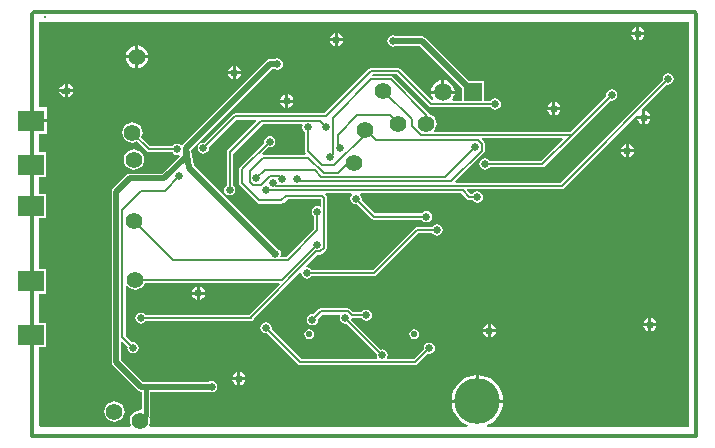
<source format=gbl>
G04 Layer_Physical_Order=2*
G04 Layer_Color=16711680*
%FSLAX25Y25*%
%MOIN*%
G70*
G01*
G75*
%ADD36C,0.02000*%
%ADD37C,0.01600*%
%ADD38C,0.00800*%
%ADD42C,0.01200*%
%ADD43R,0.00984X0.00787*%
%ADD44R,0.09000X0.07000*%
%ADD45C,0.05512*%
%ADD46R,0.05906X0.05906*%
%ADD47C,0.05906*%
%ADD48C,0.02500*%
%ADD49C,0.02100*%
%ADD50C,0.15201*%
G36*
X325000Y102500D02*
X257829D01*
X257755Y103000D01*
X257807Y103016D01*
X259301Y103814D01*
X260611Y104889D01*
X261686Y106199D01*
X262484Y107693D01*
X262976Y109314D01*
X263093Y110500D01*
X245907D01*
X246024Y109314D01*
X246516Y107693D01*
X247314Y106199D01*
X248389Y104889D01*
X249699Y103814D01*
X251193Y103016D01*
X251245Y103000D01*
X251171Y102500D01*
X145277D01*
X145011Y103000D01*
X145270Y103624D01*
X145385Y104500D01*
X145270Y105376D01*
X145141Y105687D01*
X145319Y105954D01*
X145427Y106500D01*
X145427Y106500D01*
Y114169D01*
X165012D01*
X165178Y114057D01*
X165900Y113914D01*
X166622Y114057D01*
X167234Y114466D01*
X167643Y115078D01*
X167786Y115800D01*
X167643Y116522D01*
X167234Y117134D01*
X166622Y117543D01*
X165900Y117686D01*
X165178Y117543D01*
X165012Y117431D01*
X143176D01*
X135831Y124776D01*
Y130573D01*
X136293Y130765D01*
X137888Y129171D01*
X137814Y128800D01*
X137957Y128078D01*
X138366Y127466D01*
X138978Y127057D01*
X139700Y126914D01*
X140422Y127057D01*
X141034Y127466D01*
X141443Y128078D01*
X141586Y128800D01*
X141443Y129522D01*
X141034Y130134D01*
X140422Y130543D01*
X139700Y130686D01*
X139329Y130613D01*
X137220Y132722D01*
Y149441D01*
X137720Y149611D01*
X138107Y149107D01*
X138808Y148569D01*
X139624Y148231D01*
X140500Y148115D01*
X141376Y148231D01*
X142192Y148569D01*
X142894Y149107D01*
X143431Y149808D01*
X143710Y150480D01*
X188385D01*
X188576Y150019D01*
X178279Y139721D01*
X178211Y139620D01*
X143844D01*
X143634Y139934D01*
X143022Y140343D01*
X142300Y140486D01*
X141578Y140343D01*
X140966Y139934D01*
X140557Y139322D01*
X140414Y138600D01*
X140557Y137878D01*
X140966Y137266D01*
X141578Y136857D01*
X142300Y136714D01*
X143022Y136857D01*
X143634Y137266D01*
X143844Y137580D01*
X179000D01*
X179390Y137658D01*
X179721Y137879D01*
X179942Y138210D01*
X180014Y138572D01*
X195294Y153852D01*
X195648Y153700D01*
X195769Y153620D01*
X195907Y152929D01*
X196316Y152317D01*
X196928Y151908D01*
X197650Y151764D01*
X198371Y151908D01*
X198983Y152317D01*
X199193Y152631D01*
X220150D01*
X220540Y152708D01*
X220871Y152929D01*
X234922Y166980D01*
X239456D01*
X239666Y166666D01*
X240278Y166257D01*
X241000Y166114D01*
X241722Y166257D01*
X242334Y166666D01*
X242743Y167278D01*
X242886Y168000D01*
X242743Y168722D01*
X242334Y169334D01*
X241722Y169743D01*
X241000Y169886D01*
X240278Y169743D01*
X239666Y169334D01*
X239456Y169020D01*
X234499D01*
X234109Y168942D01*
X233778Y168721D01*
X219727Y154670D01*
X199193D01*
X198983Y154984D01*
X198371Y155393D01*
X197680Y155531D01*
X197600Y155652D01*
X197448Y156006D01*
X201272Y159830D01*
X201932D01*
X202322Y159908D01*
X202653Y160129D01*
X203971Y161447D01*
X204136Y161694D01*
X204221Y161779D01*
X204442Y162110D01*
X204520Y162500D01*
Y178600D01*
X204442Y178990D01*
X204221Y179321D01*
X203861Y179680D01*
X204069Y180180D01*
X212353D01*
X212564Y179680D01*
X212257Y179222D01*
X212114Y178500D01*
X212257Y177778D01*
X212666Y177166D01*
X213278Y176757D01*
X214000Y176614D01*
X214371Y176688D01*
X219279Y171779D01*
X219610Y171558D01*
X220000Y171480D01*
X235956D01*
X236166Y171166D01*
X236778Y170757D01*
X237500Y170614D01*
X238222Y170757D01*
X238834Y171166D01*
X239243Y171778D01*
X239386Y172500D01*
X239243Y173222D01*
X238834Y173834D01*
X238222Y174243D01*
X237500Y174386D01*
X236778Y174243D01*
X236166Y173834D01*
X235956Y173520D01*
X220422D01*
X215812Y178129D01*
X215886Y178500D01*
X215743Y179222D01*
X215436Y179680D01*
X215647Y180180D01*
X249178D01*
X251079Y178279D01*
X251410Y178058D01*
X251800Y177980D01*
X252956D01*
X253166Y177666D01*
X253778Y177257D01*
X254500Y177114D01*
X255222Y177257D01*
X255834Y177666D01*
X256243Y178278D01*
X256386Y179000D01*
X256243Y179722D01*
X255834Y180334D01*
X255222Y180743D01*
X254500Y180886D01*
X253778Y180743D01*
X253166Y180334D01*
X252956Y180020D01*
X252222D01*
X250977Y181265D01*
X251168Y181727D01*
X282547D01*
X282937Y181805D01*
X283268Y182026D01*
X307309Y206067D01*
X307434Y206000D01*
X309500D01*
Y208066D01*
X309433Y208191D01*
X317729Y216488D01*
X318100Y216414D01*
X318822Y216557D01*
X319434Y216966D01*
X319843Y217578D01*
X319986Y218300D01*
X319843Y219022D01*
X319434Y219634D01*
X318822Y220043D01*
X318100Y220186D01*
X317378Y220043D01*
X316766Y219634D01*
X316357Y219022D01*
X316214Y218300D01*
X316287Y217929D01*
X282124Y183766D01*
X247361D01*
X247170Y184228D01*
X256621Y193679D01*
X256842Y194010D01*
X256920Y194400D01*
Y196800D01*
X256842Y197190D01*
X256621Y197521D01*
X255961Y198180D01*
X256169Y198680D01*
X282785D01*
X282977Y198219D01*
X275778Y191020D01*
X258544D01*
X258334Y191334D01*
X257722Y191743D01*
X257000Y191886D01*
X256278Y191743D01*
X255666Y191334D01*
X255257Y190722D01*
X255114Y190000D01*
X255257Y189278D01*
X255666Y188666D01*
X256278Y188257D01*
X257000Y188114D01*
X257722Y188257D01*
X258334Y188666D01*
X258544Y188980D01*
X276200D01*
X276590Y189058D01*
X276921Y189279D01*
X286621Y198979D01*
X298888Y211246D01*
X299259Y211173D01*
X299981Y211316D01*
X300593Y211725D01*
X301002Y212337D01*
X301145Y213059D01*
X301002Y213781D01*
X300593Y214393D01*
X299981Y214802D01*
X299259Y214945D01*
X298537Y214802D01*
X297925Y214393D01*
X297516Y213781D01*
X297373Y213059D01*
X297446Y212688D01*
X285478Y200720D01*
X240147D01*
X239980Y201220D01*
X240431Y201808D01*
X240770Y202624D01*
X240885Y203500D01*
X240770Y204376D01*
X240431Y205192D01*
X239894Y205893D01*
X239192Y206431D01*
X238452Y206738D01*
X238442Y206790D01*
X238221Y207121D01*
X226321Y219021D01*
X225990Y219242D01*
X225600Y219320D01*
X219761D01*
X219542Y219809D01*
X219754Y220080D01*
X227478D01*
X238279Y209279D01*
X238610Y209058D01*
X239000Y208980D01*
X258943D01*
X259153Y208666D01*
X259765Y208257D01*
X260486Y208114D01*
X261208Y208257D01*
X261820Y208666D01*
X262229Y209278D01*
X262373Y210000D01*
X262229Y210722D01*
X261820Y211334D01*
X261208Y211743D01*
X260486Y211886D01*
X259765Y211743D01*
X259153Y211334D01*
X258943Y211020D01*
X256553D01*
Y217553D01*
X251754D01*
X237154Y232154D01*
X236624Y232507D01*
X236000Y232631D01*
X227288D01*
X227122Y232743D01*
X226400Y232886D01*
X225678Y232743D01*
X225066Y232334D01*
X224657Y231722D01*
X224514Y231000D01*
X224657Y230278D01*
X225066Y229666D01*
X225678Y229257D01*
X226400Y229114D01*
X227122Y229257D01*
X227288Y229369D01*
X235324D01*
X249447Y215246D01*
Y211020D01*
X246326D01*
X246079Y211520D01*
X246453Y212007D01*
X246851Y212968D01*
X246921Y213500D01*
X239079D01*
X239149Y212968D01*
X239547Y212007D01*
X239717Y211785D01*
X239496Y211252D01*
X239224Y211217D01*
X228621Y221821D01*
X228290Y222042D01*
X227900Y222120D01*
X219200D01*
X218810Y222042D01*
X218479Y221821D01*
X203528Y206870D01*
X173700D01*
X173310Y206792D01*
X172979Y206571D01*
X163521Y197113D01*
X163150Y197186D01*
X162428Y197043D01*
X161816Y196634D01*
X161407Y196022D01*
X161264Y195300D01*
X161407Y194578D01*
X161816Y193966D01*
X162428Y193557D01*
X163150Y193414D01*
X163872Y193557D01*
X164484Y193966D01*
X164893Y194578D01*
X165036Y195300D01*
X164962Y195671D01*
X174122Y204830D01*
X180785D01*
X180976Y204368D01*
X171179Y194571D01*
X170958Y194240D01*
X170880Y193850D01*
Y182944D01*
X170566Y182734D01*
X170157Y182122D01*
X170014Y181400D01*
X170157Y180678D01*
X170566Y180066D01*
X171178Y179657D01*
X171900Y179514D01*
X172622Y179657D01*
X173234Y180066D01*
X173643Y180678D01*
X173786Y181400D01*
X173643Y182122D01*
X173234Y182734D01*
X172920Y182944D01*
Y193428D01*
X182922Y203430D01*
X196067D01*
X196302Y202989D01*
X196257Y202922D01*
X196114Y202200D01*
X196257Y201478D01*
X196666Y200866D01*
X196980Y200656D01*
Y194245D01*
X197058Y193855D01*
X197215Y193620D01*
X197053Y193120D01*
X183074D01*
X182850Y193583D01*
X182848Y193601D01*
X184935Y195687D01*
X185306Y195614D01*
X186027Y195757D01*
X186639Y196166D01*
X187048Y196778D01*
X187192Y197500D01*
X187048Y198222D01*
X186639Y198834D01*
X186027Y199243D01*
X185306Y199386D01*
X184584Y199243D01*
X183972Y198834D01*
X183563Y198222D01*
X183419Y197500D01*
X183493Y197129D01*
X175279Y188915D01*
X175058Y188585D01*
X174980Y188194D01*
Y183600D01*
X175058Y183210D01*
X175279Y182879D01*
X181029Y177129D01*
X181360Y176908D01*
X181750Y176830D01*
X189200D01*
X189590Y176908D01*
X189921Y177129D01*
X191222Y178430D01*
X202228D01*
X202480Y178178D01*
Y176000D01*
X202039Y175764D01*
X201922Y175843D01*
X201200Y175986D01*
X200478Y175843D01*
X199866Y175434D01*
X199457Y174822D01*
X199314Y174100D01*
X199457Y173378D01*
X199866Y172766D01*
X200180Y172556D01*
Y168293D01*
X190807Y158920D01*
X189083D01*
X188847Y159361D01*
X188892Y159429D01*
X189036Y160150D01*
X188892Y160872D01*
X188483Y161484D01*
X187871Y161893D01*
X187675Y161932D01*
X160015Y189592D01*
X159108Y194649D01*
X186189Y221730D01*
X186973D01*
X187139Y221618D01*
X187861Y221475D01*
X188583Y221618D01*
X189195Y222027D01*
X189604Y222639D01*
X189747Y223361D01*
X189604Y224083D01*
X189195Y224695D01*
X188583Y225104D01*
X187861Y225247D01*
X187139Y225104D01*
X186973Y224992D01*
X185513D01*
X184889Y224868D01*
X184360Y224515D01*
X156292Y196447D01*
X156087Y196352D01*
X155673Y196344D01*
X155609Y196384D01*
X155222Y196643D01*
X154500Y196786D01*
X153778Y196643D01*
X153166Y196234D01*
X152956Y195920D01*
X145522D01*
X142491Y198951D01*
X142770Y199624D01*
X142885Y200500D01*
X142770Y201376D01*
X142431Y202192D01*
X141893Y202893D01*
X141192Y203431D01*
X140376Y203769D01*
X139500Y203885D01*
X138624Y203769D01*
X137808Y203431D01*
X137107Y202893D01*
X136569Y202192D01*
X136231Y201376D01*
X136115Y200500D01*
X136231Y199624D01*
X136569Y198808D01*
X137107Y198107D01*
X137808Y197569D01*
X138624Y197231D01*
X139500Y197115D01*
X140376Y197231D01*
X141049Y197509D01*
X144379Y194179D01*
X144710Y193958D01*
X145100Y193880D01*
X152956D01*
X153166Y193566D01*
X153778Y193157D01*
X154500Y193014D01*
X154999Y193113D01*
X155245Y192652D01*
X149424Y186831D01*
X138600D01*
X137976Y186707D01*
X137446Y186354D01*
X133046Y181954D01*
X132693Y181424D01*
X132569Y180800D01*
Y124100D01*
X132693Y123476D01*
X133046Y122947D01*
X141347Y114646D01*
X141876Y114293D01*
X142500Y114169D01*
X142573D01*
Y108189D01*
X142197Y107859D01*
X142000Y107885D01*
X141124Y107770D01*
X140308Y107431D01*
X139606Y106894D01*
X139069Y106192D01*
X138731Y105376D01*
X138615Y104500D01*
X138731Y103624D01*
X138989Y103000D01*
X138723Y102500D01*
X108653D01*
X108462Y102962D01*
X108500Y103000D01*
Y128892D01*
X110730D01*
Y137092D01*
X108500D01*
Y146832D01*
X110685D01*
Y155032D01*
X108500D01*
Y171892D01*
X110730D01*
Y180092D01*
X108500D01*
Y185703D01*
X110677D01*
Y193903D01*
X108500D01*
Y199968D01*
X111055D01*
Y203968D01*
X105555D01*
Y204968D01*
X111055D01*
Y208968D01*
X108500D01*
Y237500D01*
X325000D01*
Y102500D01*
D02*
G37*
%LPC*%
G36*
X163695Y146500D02*
X162000D01*
Y144805D01*
X162378Y144880D01*
X163122Y145378D01*
X163619Y146122D01*
X163695Y146500D01*
D02*
G37*
G36*
X161000Y149195D02*
X160622Y149119D01*
X159878Y148622D01*
X159380Y147878D01*
X159305Y147500D01*
X161000D01*
Y149195D01*
D02*
G37*
G36*
X162000D02*
Y147500D01*
X163695D01*
X163619Y147878D01*
X163122Y148622D01*
X162378Y149119D01*
X162000Y149195D01*
D02*
G37*
G36*
X312500Y138695D02*
Y137000D01*
X314195D01*
X314120Y137378D01*
X313622Y138122D01*
X312878Y138619D01*
X312500Y138695D01*
D02*
G37*
G36*
X211432Y141870D02*
X202250D01*
X201860Y141792D01*
X201529Y141571D01*
X199871Y139912D01*
X199500Y139986D01*
X198778Y139843D01*
X198166Y139434D01*
X197757Y138822D01*
X197614Y138100D01*
X197757Y137378D01*
X198166Y136766D01*
X198778Y136357D01*
X199500Y136214D01*
X200222Y136357D01*
X200834Y136766D01*
X201243Y137378D01*
X201386Y138100D01*
X201312Y138471D01*
X202672Y139830D01*
X208567D01*
X208803Y139389D01*
X208757Y139322D01*
X208614Y138600D01*
X208757Y137878D01*
X209166Y137266D01*
X209778Y136857D01*
X210500Y136714D01*
X210871Y136787D01*
X220988Y126671D01*
X220914Y126300D01*
X221057Y125578D01*
X221163Y125420D01*
X220896Y124920D01*
X195922D01*
X185812Y135029D01*
X185886Y135400D01*
X185743Y136122D01*
X185334Y136734D01*
X184722Y137143D01*
X184000Y137286D01*
X183278Y137143D01*
X182666Y136734D01*
X182257Y136122D01*
X182114Y135400D01*
X182257Y134678D01*
X182666Y134066D01*
X183278Y133657D01*
X184000Y133514D01*
X184371Y133588D01*
X194779Y123179D01*
X195110Y122958D01*
X195500Y122880D01*
X233800D01*
X234190Y122958D01*
X234521Y123179D01*
X238129Y126787D01*
X238500Y126714D01*
X239222Y126857D01*
X239834Y127266D01*
X240243Y127878D01*
X240386Y128600D01*
X240243Y129322D01*
X239834Y129934D01*
X239222Y130343D01*
X238500Y130486D01*
X237778Y130343D01*
X237166Y129934D01*
X236757Y129322D01*
X236614Y128600D01*
X236687Y128229D01*
X233378Y124920D01*
X224704D01*
X224437Y125420D01*
X224543Y125578D01*
X224686Y126300D01*
X224543Y127022D01*
X224134Y127634D01*
X223522Y128043D01*
X222800Y128186D01*
X222429Y128112D01*
X212419Y138123D01*
X212663Y138584D01*
X212682Y138580D01*
X215956D01*
X216166Y138266D01*
X216778Y137857D01*
X217500Y137714D01*
X218222Y137857D01*
X218834Y138266D01*
X219243Y138878D01*
X219386Y139600D01*
X219243Y140322D01*
X218834Y140934D01*
X218222Y141343D01*
X217500Y141486D01*
X216778Y141343D01*
X216166Y140934D01*
X215956Y140620D01*
X213104D01*
X212153Y141571D01*
X211822Y141792D01*
X211432Y141870D01*
D02*
G37*
G36*
X161000Y146500D02*
X159305D01*
X159380Y146122D01*
X159878Y145378D01*
X160622Y144880D01*
X161000Y144805D01*
Y146500D01*
D02*
G37*
G36*
X140000Y194885D02*
X139124Y194770D01*
X138308Y194431D01*
X137607Y193894D01*
X137069Y193192D01*
X136731Y192376D01*
X136615Y191500D01*
X136731Y190624D01*
X137069Y189808D01*
X137607Y189107D01*
X138308Y188569D01*
X139124Y188231D01*
X140000Y188115D01*
X140876Y188231D01*
X141692Y188569D01*
X142394Y189107D01*
X142931Y189808D01*
X143270Y190624D01*
X143385Y191500D01*
X143270Y192376D01*
X142931Y193192D01*
X142394Y193894D01*
X141692Y194431D01*
X140876Y194770D01*
X140000Y194885D01*
D02*
G37*
G36*
X309500Y205000D02*
X307805D01*
X307880Y204622D01*
X308378Y203878D01*
X309122Y203380D01*
X309500Y203305D01*
Y205000D01*
D02*
G37*
G36*
X312195D02*
X310500D01*
Y203305D01*
X310878Y203380D01*
X311622Y203878D01*
X312120Y204622D01*
X312195Y205000D01*
D02*
G37*
G36*
X310500Y207695D02*
Y206000D01*
X312195D01*
X312120Y206378D01*
X311622Y207122D01*
X310878Y207620D01*
X310500Y207695D01*
D02*
G37*
G36*
X305000Y196695D02*
Y195000D01*
X306695D01*
X306620Y195378D01*
X306122Y196122D01*
X305378Y196619D01*
X305000Y196695D01*
D02*
G37*
G36*
X304000Y194000D02*
X302305D01*
X302380Y193622D01*
X302878Y192878D01*
X303622Y192380D01*
X304000Y192305D01*
Y194000D01*
D02*
G37*
G36*
X306695D02*
X305000D01*
Y192305D01*
X305378Y192380D01*
X306122Y192878D01*
X306620Y193622D01*
X306695Y194000D01*
D02*
G37*
G36*
X304000Y196695D02*
X303622Y196619D01*
X302878Y196122D01*
X302380Y195378D01*
X302305Y195000D01*
X304000D01*
Y196695D01*
D02*
G37*
G36*
X311500Y138695D02*
X311122Y138619D01*
X310378Y138122D01*
X309880Y137378D01*
X309805Y137000D01*
X311500D01*
Y138695D01*
D02*
G37*
G36*
X177195Y118000D02*
X175500D01*
Y116305D01*
X175878Y116381D01*
X176622Y116878D01*
X177120Y117622D01*
X177195Y118000D01*
D02*
G37*
G36*
X174500Y120695D02*
X174122Y120619D01*
X173378Y120122D01*
X172880Y119378D01*
X172805Y119000D01*
X174500D01*
Y120695D01*
D02*
G37*
G36*
X175500D02*
Y119000D01*
X177195D01*
X177120Y119378D01*
X176622Y120122D01*
X175878Y120619D01*
X175500Y120695D01*
D02*
G37*
G36*
X174500Y118000D02*
X172805D01*
X172880Y117622D01*
X173378Y116878D01*
X174122Y116381D01*
X174500Y116305D01*
Y118000D01*
D02*
G37*
G36*
X133500Y110885D02*
X132624Y110769D01*
X131808Y110431D01*
X131106Y109894D01*
X130569Y109192D01*
X130230Y108376D01*
X130115Y107500D01*
X130230Y106624D01*
X130569Y105808D01*
X131106Y105106D01*
X131808Y104569D01*
X132624Y104230D01*
X133500Y104115D01*
X134376Y104230D01*
X135192Y104569D01*
X135893Y105106D01*
X136431Y105808D01*
X136769Y106624D01*
X136885Y107500D01*
X136769Y108376D01*
X136431Y109192D01*
X135893Y109894D01*
X135192Y110431D01*
X134376Y110769D01*
X133500Y110885D01*
D02*
G37*
G36*
X254000Y119593D02*
X252814Y119476D01*
X251193Y118984D01*
X249699Y118186D01*
X248389Y117111D01*
X247314Y115801D01*
X246516Y114307D01*
X246024Y112686D01*
X245907Y111500D01*
X254000D01*
Y119593D01*
D02*
G37*
G36*
X255000D02*
Y111500D01*
X263093D01*
X262976Y112686D01*
X262484Y114307D01*
X261686Y115801D01*
X260611Y117111D01*
X259301Y118186D01*
X257807Y118984D01*
X256186Y119476D01*
X255000Y119593D01*
D02*
G37*
G36*
X233488Y134895D02*
X232844Y134767D01*
X232298Y134402D01*
X231933Y133856D01*
X231805Y133212D01*
X231933Y132569D01*
X232298Y132023D01*
X232844Y131658D01*
X233488Y131530D01*
X234132Y131658D01*
X234677Y132023D01*
X235042Y132569D01*
X235170Y133212D01*
X235042Y133856D01*
X234677Y134402D01*
X234132Y134767D01*
X233488Y134895D01*
D02*
G37*
G36*
X314195Y136000D02*
X312500D01*
Y134305D01*
X312878Y134380D01*
X313622Y134878D01*
X314120Y135622D01*
X314195Y136000D01*
D02*
G37*
G36*
X258000Y136695D02*
X257622Y136619D01*
X256878Y136122D01*
X256381Y135378D01*
X256305Y135000D01*
X258000D01*
Y136695D01*
D02*
G37*
G36*
X259000D02*
Y135000D01*
X260695D01*
X260619Y135378D01*
X260122Y136122D01*
X259378Y136619D01*
X259000Y136695D01*
D02*
G37*
G36*
X311500Y136000D02*
X309805D01*
X309880Y135622D01*
X310378Y134878D01*
X311122Y134380D01*
X311500Y134305D01*
Y136000D01*
D02*
G37*
G36*
X198492Y134903D02*
X197848Y134775D01*
X197302Y134410D01*
X196938Y133865D01*
X196810Y133221D01*
X196938Y132577D01*
X197302Y132031D01*
X197848Y131667D01*
X198492Y131538D01*
X199136Y131667D01*
X199682Y132031D01*
X200046Y132577D01*
X200174Y133221D01*
X200046Y133865D01*
X199682Y134410D01*
X199136Y134775D01*
X198492Y134903D01*
D02*
G37*
G36*
X258000Y134000D02*
X256305D01*
X256381Y133622D01*
X256878Y132878D01*
X257622Y132380D01*
X258000Y132305D01*
Y134000D01*
D02*
G37*
G36*
X260695D02*
X259000D01*
Y132305D01*
X259378Y132380D01*
X260122Y132878D01*
X260619Y133622D01*
X260695Y134000D01*
D02*
G37*
G36*
X144667Y225287D02*
X141445D01*
Y222065D01*
X141925Y222128D01*
X142839Y222507D01*
X143624Y223109D01*
X144226Y223893D01*
X144604Y224807D01*
X144667Y225287D01*
D02*
G37*
G36*
X140445Y229510D02*
X139964Y229447D01*
X139051Y229068D01*
X138266Y228466D01*
X137664Y227682D01*
X137286Y226768D01*
X137222Y226287D01*
X140445D01*
Y229510D01*
D02*
G37*
G36*
X141445D02*
Y226287D01*
X144667D01*
X144604Y226768D01*
X144226Y227682D01*
X143624Y228466D01*
X142839Y229068D01*
X141925Y229447D01*
X141445Y229510D01*
D02*
G37*
G36*
X140445Y225287D02*
X137222D01*
X137286Y224807D01*
X137664Y223893D01*
X138266Y223109D01*
X139051Y222507D01*
X139964Y222128D01*
X140445Y222065D01*
Y225287D01*
D02*
G37*
G36*
X175695Y220000D02*
X174000D01*
Y218305D01*
X174378Y218380D01*
X175122Y218878D01*
X175619Y219622D01*
X175695Y220000D01*
D02*
G37*
G36*
X173000Y222695D02*
X172622Y222620D01*
X171878Y222122D01*
X171380Y221378D01*
X171305Y221000D01*
X173000D01*
Y222695D01*
D02*
G37*
G36*
X174000D02*
Y221000D01*
X175695D01*
X175619Y221378D01*
X175122Y222122D01*
X174378Y222620D01*
X174000Y222695D01*
D02*
G37*
G36*
X207000Y231000D02*
X205305D01*
X205381Y230622D01*
X205878Y229878D01*
X206622Y229380D01*
X207000Y229305D01*
Y231000D01*
D02*
G37*
G36*
X208000Y233695D02*
Y232000D01*
X209695D01*
X209619Y232378D01*
X209122Y233122D01*
X208378Y233619D01*
X208000Y233695D01*
D02*
G37*
G36*
X307500Y235695D02*
X307122Y235619D01*
X306378Y235122D01*
X305880Y234378D01*
X305805Y234000D01*
X307500D01*
Y235695D01*
D02*
G37*
G36*
X308500D02*
Y234000D01*
X310195D01*
X310120Y234378D01*
X309622Y235122D01*
X308878Y235619D01*
X308500Y235695D01*
D02*
G37*
G36*
X207000Y233695D02*
X206622Y233619D01*
X205878Y233122D01*
X205381Y232378D01*
X205305Y232000D01*
X207000D01*
Y233695D01*
D02*
G37*
G36*
X209695Y231000D02*
X208000D01*
Y229305D01*
X208378Y229380D01*
X209122Y229878D01*
X209619Y230622D01*
X209695Y231000D01*
D02*
G37*
G36*
X307500Y233000D02*
X305805D01*
X305880Y232622D01*
X306378Y231878D01*
X307122Y231381D01*
X307500Y231305D01*
Y233000D01*
D02*
G37*
G36*
X310195D02*
X308500D01*
Y231305D01*
X308878Y231381D01*
X309622Y231878D01*
X310120Y232622D01*
X310195Y233000D01*
D02*
G37*
G36*
X279500Y210695D02*
X279122Y210619D01*
X278378Y210122D01*
X277881Y209378D01*
X277805Y209000D01*
X279500D01*
Y210695D01*
D02*
G37*
G36*
X280500D02*
Y209000D01*
X282195D01*
X282119Y209378D01*
X281622Y210122D01*
X280878Y210619D01*
X280500Y210695D01*
D02*
G37*
G36*
X190500Y213195D02*
X190122Y213120D01*
X189378Y212622D01*
X188881Y211878D01*
X188805Y211500D01*
X190500D01*
Y213195D01*
D02*
G37*
G36*
X193195Y210500D02*
X191500D01*
Y208805D01*
X191878Y208880D01*
X192622Y209378D01*
X193120Y210122D01*
X193195Y210500D01*
D02*
G37*
G36*
X279500Y208000D02*
X277805D01*
X277881Y207622D01*
X278378Y206878D01*
X279122Y206381D01*
X279500Y206305D01*
Y208000D01*
D02*
G37*
G36*
X282195D02*
X280500D01*
Y206305D01*
X280878Y206381D01*
X281622Y206878D01*
X282119Y207622D01*
X282195Y208000D01*
D02*
G37*
G36*
X190500Y210500D02*
X188805D01*
X188881Y210122D01*
X189378Y209378D01*
X190122Y208880D01*
X190500Y208805D01*
Y210500D01*
D02*
G37*
G36*
X191500Y213195D02*
Y211500D01*
X193195D01*
X193120Y211878D01*
X192622Y212622D01*
X191878Y213120D01*
X191500Y213195D01*
D02*
G37*
G36*
X117153Y216695D02*
X116775Y216619D01*
X116031Y216122D01*
X115726Y215667D01*
X115491Y215509D01*
X115181Y215046D01*
X115172Y215000D01*
X117153D01*
Y216695D01*
D02*
G37*
G36*
X118153D02*
Y215000D01*
X119847D01*
X119772Y215378D01*
X119275Y216122D01*
X118531Y216619D01*
X118153Y216695D01*
D02*
G37*
G36*
X173000Y220000D02*
X171305D01*
X171380Y219622D01*
X171878Y218878D01*
X172622Y218380D01*
X173000Y218305D01*
Y220000D01*
D02*
G37*
G36*
X243500Y217921D02*
Y214500D01*
X246921D01*
X246851Y215032D01*
X246453Y215993D01*
X245819Y216819D01*
X244993Y217453D01*
X244032Y217851D01*
X243500Y217921D01*
D02*
G37*
G36*
X117153Y214000D02*
X115172D01*
X115181Y213954D01*
X115491Y213491D01*
X115726Y213333D01*
X116031Y212878D01*
X116775Y212381D01*
X117153Y212305D01*
Y214000D01*
D02*
G37*
G36*
X119847D02*
X118153D01*
Y212305D01*
X118531Y212381D01*
X119275Y212878D01*
X119772Y213622D01*
X119847Y214000D01*
D02*
G37*
G36*
X242500Y217921D02*
X241968Y217851D01*
X241007Y217453D01*
X240181Y216819D01*
X239547Y215993D01*
X239149Y215032D01*
X239079Y214500D01*
X242500D01*
Y217921D01*
D02*
G37*
%LPD*%
D36*
X236000Y231000D02*
X253000Y214000D01*
X226400Y231000D02*
X236000D01*
X185513Y223361D02*
X187861D01*
X157352Y195200D02*
X185513Y223361D01*
X157352Y195200D02*
X158500Y188800D01*
X187150Y160150D01*
X157352Y192452D02*
Y195200D01*
X150100Y185200D02*
X157352Y192452D01*
X138600Y185200D02*
X150100D01*
X134200Y180800D02*
X138600Y185200D01*
X134200Y124100D02*
Y180800D01*
Y124100D02*
X142500Y115800D01*
X154000D02*
X165900D01*
X142500D02*
X144000D01*
X154000D01*
D37*
X116500Y214500D02*
X117653D01*
X144000Y106500D02*
Y115800D01*
X142000Y104500D02*
X144000Y106500D01*
D38*
X214000Y178500D02*
X220000Y172500D01*
X237500D01*
X234499Y168000D02*
X241000D01*
X220150Y153650D02*
X234499Y168000D01*
X251800Y179000D02*
X254500D01*
X276200Y190000D02*
X285900Y199700D01*
X257000Y190000D02*
X276200D01*
X249600Y181200D02*
X251800Y179000D01*
X197650Y153650D02*
X220150D01*
X200850Y160850D02*
X201932D01*
X179000Y139000D02*
X200850Y160850D01*
X201932D02*
X203250Y162168D01*
Y162250D01*
X203500Y162500D01*
Y178600D01*
X199500Y138100D02*
X202250Y140850D01*
X211432D01*
X212682Y139600D01*
X217500D01*
X233800Y123900D02*
X238500Y128600D01*
X195500Y123900D02*
X233800D01*
X184000Y135400D02*
X195500Y123900D01*
X282547Y182747D02*
X318100Y218300D01*
X187253Y182747D02*
X282547D01*
X186425Y183575D02*
X187253Y182747D01*
X239000Y210000D02*
X260486D01*
X227900Y221100D02*
X239000Y210000D01*
X219200Y221100D02*
X227900D01*
X203950Y205850D02*
X219200Y221100D01*
X173700Y205850D02*
X203950D01*
X163150Y195300D02*
X173700Y205850D01*
X150400Y181100D02*
X155200Y185900D01*
X142500Y181100D02*
X150400D01*
X136200Y174800D02*
X142500Y181100D01*
X136200Y132300D02*
Y174800D01*
Y132300D02*
X139700Y128800D01*
X201950Y204450D02*
X204000Y202400D01*
X182500Y204450D02*
X201950D01*
X171900Y193850D02*
X182500Y204450D01*
X171900Y181400D02*
Y193850D01*
X184000Y181200D02*
X249600D01*
X243650Y185650D02*
X253600Y195600D01*
X202516Y185650D02*
X243650D01*
X200216Y187950D02*
X202516Y185650D01*
X183600Y187950D02*
X200216D01*
X180850Y185200D02*
X183600Y187950D01*
X176000Y188194D02*
X185306Y197500D01*
X176000Y183600D02*
Y188194D01*
Y183600D02*
X181750Y177850D01*
X189200D01*
X190800Y179450D01*
X202650D01*
X203500Y178600D01*
X142300Y138600D02*
X179000D01*
X145100Y194900D02*
X154500D01*
X139500Y200500D02*
X145100Y194900D01*
X210500Y138600D02*
X222800Y126300D01*
X207956Y196256D02*
Y199756D01*
X214400Y206200D01*
X225300D01*
X228000Y203500D01*
X203215Y187050D02*
X208050D01*
X198165Y192100D02*
X203215Y187050D01*
X182900Y192100D02*
X198165D01*
X178600Y187800D02*
X182900Y192100D01*
X178600Y184000D02*
Y187800D01*
Y184000D02*
X179650Y182950D01*
X182400D01*
X185450Y186000D01*
X188400D01*
X189400Y185000D01*
Y151500D02*
X201000Y163100D01*
X198000Y194245D02*
Y202200D01*
Y194245D02*
X202645Y189600D01*
X206850D01*
X217000Y201500D02*
X220600Y197900D01*
X254800D01*
X255900Y196800D01*
Y194400D02*
Y196800D01*
X245750Y184250D02*
X255900Y194400D01*
X195050Y184250D02*
X245750D01*
X194300Y185000D02*
X195050Y184250D01*
X201200Y167871D02*
Y174100D01*
X191229Y157900D02*
X201200Y167871D01*
X153100Y157900D02*
X191229D01*
X140000Y171000D02*
X153100Y157900D01*
X140500Y151500D02*
X189400D01*
X205400Y192300D02*
X206279Y193179D01*
Y205379D01*
X219200Y218300D01*
X225600D01*
X237500Y206400D01*
Y203500D02*
Y206400D01*
X285900Y199700D02*
X299259Y213059D01*
X235600Y199700D02*
X285900D01*
X232556Y202744D02*
X235600Y199700D01*
X232556Y202744D02*
Y204944D01*
X223000Y214500D02*
X232556Y204944D01*
X206850Y189600D02*
X217000Y199750D01*
Y201500D01*
X207956Y196044D02*
X208800Y195200D01*
X208050Y187050D02*
X213500Y192500D01*
D42*
X106570Y240570D02*
X326930D01*
X106000Y240000D02*
X106570Y240570D01*
X106000Y99500D02*
Y240000D01*
X327500Y99500D02*
Y240000D01*
X106000Y99500D02*
X327500D01*
D43*
X110335Y239075D02*
D03*
D44*
X105577Y189803D02*
D03*
X105585Y150932D02*
D03*
X105630Y175992D02*
D03*
X105555Y204468D02*
D03*
X105630Y132992D02*
D03*
D45*
X223000Y214500D02*
D03*
X140945Y225787D02*
D03*
X133500Y107500D02*
D03*
X213500Y190500D02*
D03*
X217000Y201500D02*
D03*
X139500Y200500D02*
D03*
X237500Y203500D02*
D03*
X228000D02*
D03*
X140500Y151500D02*
D03*
X140000Y171000D02*
D03*
Y191500D02*
D03*
X142000Y104500D02*
D03*
D46*
X253000Y214000D02*
D03*
D47*
X243000D02*
D03*
D48*
X161500Y147000D02*
D03*
X175000Y118500D02*
D03*
X312000Y136500D02*
D03*
X258500Y134500D02*
D03*
X310000Y205500D02*
D03*
X308000Y233500D02*
D03*
X304500Y194500D02*
D03*
X280000Y208500D02*
D03*
X207500Y231500D02*
D03*
X173500Y220500D02*
D03*
X237500Y172500D02*
D03*
X241000Y168000D02*
D03*
X214000Y178500D02*
D03*
X254500Y179000D02*
D03*
X257000Y190000D02*
D03*
X197650Y153650D02*
D03*
X199500Y138100D02*
D03*
X217500Y139600D02*
D03*
X184000Y135400D02*
D03*
X117653Y214500D02*
D03*
X238500Y128600D02*
D03*
X318100Y218300D02*
D03*
X186425Y183575D02*
D03*
X260486Y210000D02*
D03*
X163150Y195300D02*
D03*
X155200Y185900D02*
D03*
X139700Y128800D02*
D03*
X191000Y211000D02*
D03*
X204000Y202400D02*
D03*
X171900Y181400D02*
D03*
X184000Y181200D02*
D03*
X253600Y195600D02*
D03*
X180850Y185200D02*
D03*
X185306Y197500D02*
D03*
X142300Y138600D02*
D03*
X154500Y194900D02*
D03*
X210500Y138600D02*
D03*
X222800Y126300D02*
D03*
X189400Y185000D02*
D03*
X198000Y202200D02*
D03*
X194300Y185000D02*
D03*
X201200Y174100D02*
D03*
X226400Y231000D02*
D03*
X187150Y160150D02*
D03*
X187861Y223361D02*
D03*
X165900Y115800D02*
D03*
X201000Y163100D02*
D03*
X205400Y192300D02*
D03*
X299259Y213059D02*
D03*
X208800Y195200D02*
D03*
D49*
X198492Y133221D02*
D03*
X233488Y133212D02*
D03*
D50*
X254500Y111000D02*
D03*
M02*

</source>
